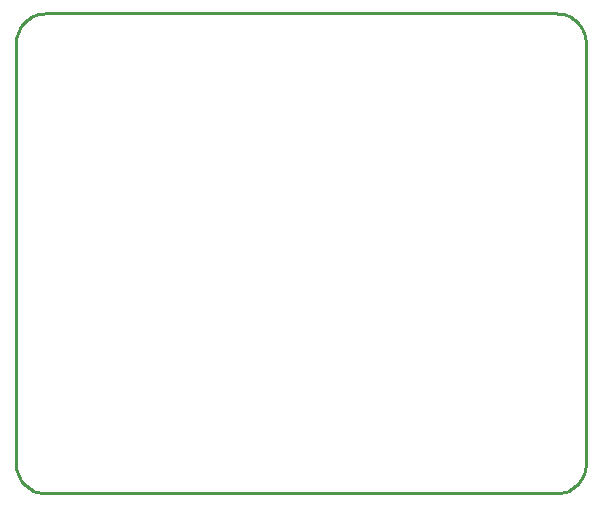
<source format=gbr>
G04 EAGLE Gerber RS-274X export*
G75*
%MOMM*%
%FSLAX34Y34*%
%LPD*%
%IN*%
%IPPOS*%
%AMOC8*
5,1,8,0,0,1.08239X$1,22.5*%
G01*
%ADD10C,0.254000*%


D10*
X0Y25400D02*
X97Y23186D01*
X386Y20989D01*
X865Y18826D01*
X1532Y16713D01*
X2380Y14666D01*
X3403Y12700D01*
X4594Y10831D01*
X5942Y9073D01*
X7440Y7440D01*
X9073Y5942D01*
X10831Y4594D01*
X12700Y3403D01*
X14666Y2380D01*
X16713Y1532D01*
X18826Y865D01*
X20989Y386D01*
X23186Y97D01*
X25400Y0D01*
X457200Y0D01*
X459414Y97D01*
X461611Y386D01*
X463774Y865D01*
X465887Y1532D01*
X467935Y2380D01*
X469900Y3403D01*
X471769Y4594D01*
X473527Y5942D01*
X475161Y7440D01*
X476658Y9073D01*
X478006Y10831D01*
X479197Y12700D01*
X480220Y14666D01*
X481068Y16713D01*
X481735Y18826D01*
X482214Y20989D01*
X482503Y23186D01*
X482600Y25400D01*
X482600Y381000D01*
X482503Y383214D01*
X482214Y385411D01*
X481735Y387574D01*
X481068Y389687D01*
X480220Y391735D01*
X479197Y393700D01*
X478006Y395569D01*
X476658Y397327D01*
X475161Y398961D01*
X473527Y400458D01*
X471769Y401806D01*
X469900Y402997D01*
X467935Y404020D01*
X465887Y404868D01*
X463774Y405535D01*
X461611Y406014D01*
X459414Y406303D01*
X457200Y406400D01*
X25400Y406400D01*
X23186Y406303D01*
X20989Y406014D01*
X18826Y405535D01*
X16713Y404868D01*
X14666Y404020D01*
X12700Y402997D01*
X10831Y401806D01*
X9073Y400458D01*
X7440Y398961D01*
X5942Y397327D01*
X4594Y395569D01*
X3403Y393700D01*
X2380Y391735D01*
X1532Y389687D01*
X865Y387574D01*
X386Y385411D01*
X97Y383214D01*
X0Y381000D01*
X0Y25400D01*
M02*

</source>
